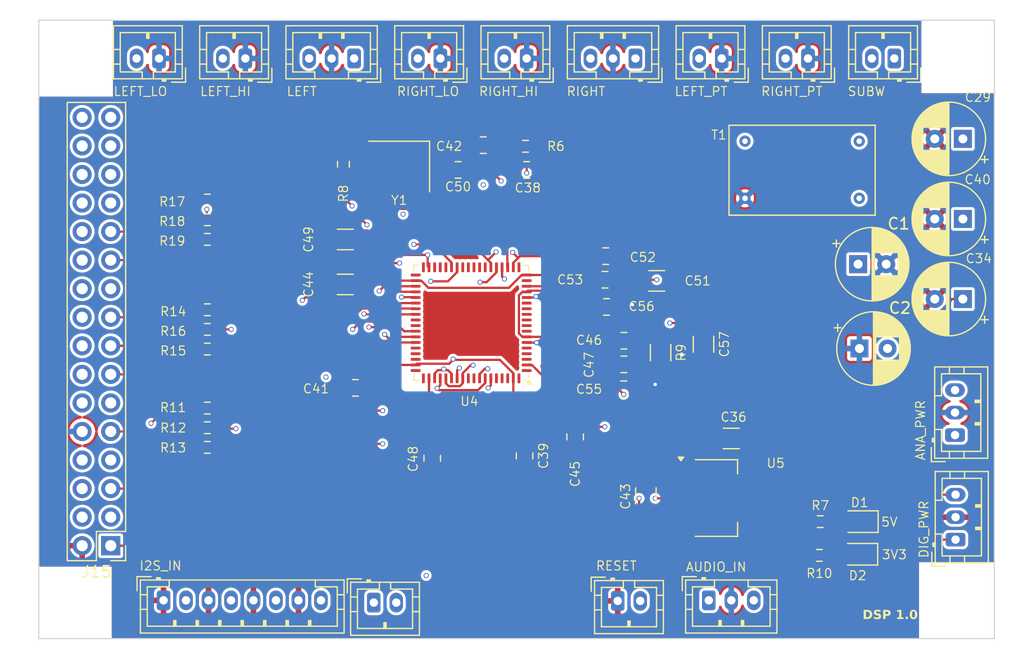
<source format=kicad_pcb>
(kicad_pcb (version 20240108) (generator "pcbnew") (generator_version "8.0")
  (layers (0 "F.Cu" signal) (1 "In1.Cu" signal) (2 "In2.Cu" signal) (31 "B.Cu" signal) (34 "B.Paste" user) (35 "F.Paste" user) (36 "B.SilkS" user "B.Silkscreen") (37 "F.SilkS" user "F.Silkscreen") (38 "B.Mask" user) (39 "F.Mask" user) (44 "Edge.Cuts" user))
  (net 0 "")
  (net 1 "RIGHT_IN")
  (net 2 "LEFT_IN")
  (net 3 "RESET")
  (net 4 "PLL_LF")
  (net 5 "AGND")
  (net 6 "GND")
  (net 7 "3V3")
  (net 8 "5V")
  (net 9 "Net-(D1-A)")
  (net 10 "Net-(D2-A)")
  (net 11 "SUBW_POS")
  (net 12 "SUBW_NEG")
  (net 13 "SDA")
  (net 14 "SCL")
  (net 15 "Net-(U4-LRCLK_OUT0{slash}MP4)")
  (net 16 "CLKOUT")
  (net 17 "LRCLK0")
  (net 18 "BCLK0")
  (net 19 "DATA0")
  (net 20 "LRCLK1")
  (net 21 "DATA1")
  (net 23 "BCLK1")
  (net 24 "DATA2")
  (net 25 "Net-(U4-BCLK_OUT0)")
  (net 26 "LRCLK2")
  (net 27 "BCLK2")
  (net 28 "3V3A")
  (net 32 "V-")
  (net 34 "RIGHT_TWEETER")
  (net 35 "LEFT_WOOFER")
  (net 36 "LEFT_TWEETER")
  (net 37 "RIGHT_WOOFER")
  (net 38 "Net-(U4-XTALIN{slash}MCLK)")
  (net 39 "Net-(C42-Pad1)")
  (net 40 "Net-(C47-Pad2)")
  (net 41 "Net-(U4-XTALOUT)")
  (net 43 "V+")
  (net 44 "SUBWOOFER")
  (net 45 "Net-(U4-SDATA_OUT0)")
  (net 50 "Net-(U4-LRCLK_OUT1{slash}MP5)")
  (net 56 "Net-(U4-BCLK_OUT1)")
  (net 57 "MCLK_IN")
  (net 60 "Net-(U4-SDATA_OUT1)")
  (net 61 "DATA_IN")
  (net 62 "Net-(U4-LRCLK_OUT2{slash}MP8)")
  (net 64 "BCLK_IN")
  (net 67 "Net-(U4-BCLK_OUT2)")
  (net 78 "Net-(U4-SDATA_OUT2)")
  (net 80 "EP")
  (net 81 "1V2")
  (net 82 "LRCLK_IN")
  (footprint "Capacitor_SMD:C_1206_3216Metric_Pad1.33x1.80mm_HandSolder" (layer "F.Cu") (at 86.6989 86.665 180)
    (property "Reference" "C44")
    (property "Value" "10U 10V")
  )
  (footprint "Resistor_SMD:R_0603_1608Metric_Pad0.98x0.95mm_HandSolder" (layer "F.Cu") (at 74.4364 79.165)
    (property "Reference" "R17")
    (property "Value" "22R")
  )
  (footprint "Connector_JST:JST_PH_B2B-PH-K_1x02_P2.00mm_Vertical" (layer "F.Cu") (at 77.8114 66.565 180)
    (property "Reference" "J2" (hide yes))
    (property "Value" "Conn_01x02_Pin")
  )
  (footprint "Connector_JST:JST_PH_B2B-PH-K_1x02_P2.00mm_Vertical" (layer "F.Cu") (at 110.9364 114.815)
    (property "Reference" "J13" (hide yes))
    (property "Value" "Conn_01x02_Pin")
  )
  (footprint "Resistor_SMD:R_0603_1608Metric_Pad0.98x0.95mm_HandSolder" (layer "F.Cu") (at 74.4364 80.9119)
    (property "Reference" "R18")
    (property "Value" "22R")
  )
  (footprint "Capacitor_SMD:C_0805_2012Metric_Pad1.18x1.45mm_HandSolder" (layer "F.Cu") (at 111.4689 95.985)
    (property "Reference" "C55")
    (property "Value" "0.1U")
  )
  (footprint "Capacitor_THT:CP_Radial_D6.3mm_P2.50mm" (layer "F.Cu") (at 132.3188 84.865)
    (property "Reference" "C1")
    (property "Value" "220u")
  )
  (footprint "Capacitor_SMD:C_0805_2012Metric_Pad1.18x1.45mm_HandSolder" (layer "F.Cu") (at 111.4863 93.7738)
    (property "Reference" "C47")
    (property "Value" "56N C0G")
  )
  (footprint "Connector_JST:JST_PH_B2B-PH-K_1x02_P2.00mm_Vertical" (layer "F.Cu") (at 89.2364 114.965)
    (property "Reference" "J11" (hide yes))
    (property "Value" "Conn_01x02_Male")
  )
  (footprint "MountingHole:MountingHole_3.2mm_M3" (layer "F.Cu") (at 61.9364 65.665)
    (property "Reference" "H1" (hide yes))
    (property "Value" "MountingHole")
  )
  (footprint "Capacitor_SMD:C_0805_2012Metric_Pad1.18x1.45mm_HandSolder" (layer "F.Cu") (at 98.9739 74.2775 180)
    (property "Reference" "C42")
    (property "Value" "22p")
  )
  (footprint "Resistor_SMD:R_0603_1608Metric_Pad0.98x0.95mm_HandSolder" (layer "F.Cu") (at 74.4364 101.1588)
    (property "Reference" "R13")
    (property "Value" "22R")
  )
  (footprint "MountingHole:MountingHole_3.2mm_M3" (layer "F.Cu") (at 141.9364 65.665)
    (property "Reference" "H2" (hide yes))
    (property "Value" "MountingHole")
  )
  (footprint "Capacitor_SMD:C_0805_2012Metric_Pad1.18x1.45mm_HandSolder" (layer "F.Cu") (at 102.8364 76.4775 180)
    (property "Reference" "C38")
    (property "Value" "22p")
  )
  (footprint "Custom:DA101C" (layer "F.Cu") (at 127.3364 76.465)
    (property "Reference" "T1")
    (property "Value" "Transformer_1P_1S")
  )
  (footprint "Resistor_SMD:R_1206_3216Metric_Pad1.30x1.75mm_HandSolder" (layer "F.Cu") (at 114.7489 92.7275 -90)
    (property "Reference" "R9")
    (property "Value" "475R")
  )
  (footprint "Capacitor_SMD:C_0805_2012Metric_Pad1.18x1.45mm_HandSolder" (layer "F.Cu") (at 109.9364 88.665)
    (property "Reference" "C56")
    (property "Value" "0.1U")
  )
  (footprint "Connector_JST:JST_PH_B2B-PH-K_1x02_P2.00mm_Vertical" (layer "F.Cu") (at 120.1864 66.565 180)
    (property "Reference" "J7" (hide yes))
    (property "Value" "Conn_01x02_Pin")
  )
  (footprint "Capacitor_THT:CP_Radial_D6.3mm_P2.50mm" (layer "F.Cu") (at 141.6364 73.715 180)
    (property "Reference" "C29")
    (property "Value" "220u")
  )
  (footprint "Connector_JST:JST_PH_B3B-PH-K_1x03_P2.00mm_Vertical" (layer "F.Cu") (at 119.0364 114.765)
    (property "Reference" "J12" (hide yes))
    (property "Value" "Conn_01x03_Pin")
  )
  (footprint "Capacitor_SMD:C_0805_2012Metric_Pad1.18x1.45mm_HandSolder" (layer "F.Cu") (at 109.8689 84.1475)
    (property "Reference" "C52")
    (property "Value" "0.1U")
  )
  (footprint "Resistor_SMD:R_0603_1608Metric_Pad0.98x0.95mm_HandSolder" (layer "F.Cu") (at 128.8739 110.765)
    (property "Reference" "R10")
    (property "Value" "75R")
  )
  (footprint "MountingHole:MountingHole_3.2mm_M3" (layer "F.Cu") (at 141.9364 115.665)
    (property "Reference" "H4" (hide yes))
    (property "Value" "MountingHole")
  )
  (footprint "Resistor_SMD:R_0603_1608Metric_Pad0.98x0.95mm_HandSolder" (layer "F.Cu") (at 74.4364 97.665)
    (property "Reference" "R11")
    (property "Value" "22R")
  )
  (footprint "Connector_JST:JST_PH_B3B-PH-K_1x03_P2.00mm_Vertical" (layer "F.Cu") (at 140.9364 100.065 90)
    (property "Reference" "J16" (hide yes))
    (property "Value" "Conn_01x03_Pin")
  )
  (footprint "Connector_JST:JST_PH_B3B-PH-K_1x03_P2.00mm_Vertical" (layer "F.Cu") (at 87.4864 66.565 180)
    (property "Reference" "J3" (hide yes))
    (property "Value" "Conn_01x03_Pin")
  )
  (footprint "Capacitor_SMD:C_1206_3216Metric_Pad1.33x1.80mm_HandSolder" (layer "F.Cu") (at 121.0364 100.365)
    (property "Reference" "C36")
    (property "Value" "10u")
  )
  (footprint "Capacitor_SMD:C_0805_2012Metric_Pad1.18x1.45mm_HandSolder" (layer "F.Cu") (at 107.1489 100.2275 -90)
    (property "Reference" "C45")
    (property "Value" "0.1U")
  )
  (footprint "Resistor_SMD:R_0603_1608Metric_Pad0.98x0.95mm_HandSolder" (layer "F.Cu") (at 74.4364 90.665)
    (property "Reference" "R16")
    (property "Value" "22R")
  )
  (footprint "Crystal:Crystal_SMD_3225-4Pin_3.2x2.5mm_HandSoldering" (layer "F.Cu") (at 91.4989 76.1775 180)
    (property "Reference" "Y1")
    (property "Value" "24.576Mhz")
  )
  (footprint "Resistor_SMD:R_0603_1608Metric_Pad0.98x0.95mm_HandSolder" (layer "F.Cu") (at 86.5364 75.9775 -90)
    (property "Reference" "R8")
    (property "Value" "4.7K")
  )
  (footprint "Capacitor_THT:CP_Radial_D6.3mm_P2.50mm" (layer "F.Cu") (at 132.4364 92.365)
    (property "Reference" "C2")
    (property "Value" "220u")
  )
  (footprint "Capacitor_SMD:C_1206_3216Metric_Pad1.33x1.80mm_HandSolder" (layer "F.Cu") (at 113.4364 105.465 -90)
    (property "Reference" "C43")
    (property "Value" "10u")
  )
  (footprint "Connector_JST:JST_PH_B8B-PH-K_1x08_P2.00mm_Vertical" (layer "F.Cu") (at 70.5364 114.765)
    (property "Reference" "J14" (hide yes))
    (property "Value" "Conn_01x08_Pin")
  )
  (footprint "Capacitor_SMD:C_1206_3216Metric_Pad1.33x1.80mm_HandSolder" (layer "F.Cu") (at 86.6989 82.665 180)
    (property "Reference" "C49")
    (property "Value" "10U 10V")
  )
  (footprint "Resistor_SMD:R_0603_1608Metric_Pad0.98x0.95mm_HandSolder" (layer "F.Cu") (at 74.4364 88.9181)
    (property "Reference" "R14")
    (property "Value" "22R")
  )
  (footprint "Capacitor_SMD:C_1206_3216Metric_Pad1.33x1.80mm_HandSolder" (layer "F.Cu") (at 118.5689 91.985 -90)
    (property "Reference" "C57")
    (property "Value" "10U")
  )
  (footprint "Capacitor_SMD:C_0805_2012Metric_Pad1.18x1.45mm_HandSolder" (layer "F.Cu") (at 109.8064 86.2475)
    (property "Reference" "C53")
    (property "Value" "0.1U")
  )
  (footprint "Connector_PinHeader_2.54mm:PinHeader_2x16_P2.54mm_Vertical" (layer "F.Cu") (at 65.8364 109.905 180)
    (property "Reference" "J15")
    (property "Value" "Conn_02x16_Odd_Even")
  )
  (footprint "Capacitor_SMD:C_0805_2012Metric_Pad1.18x1.45mm_HandSolder" (layer "F.Cu") (at 87.5989 95.865 180)
    (property "Reference" "C41")
    (property "Value" "0.1U")
  )
  (footprint "Connector_JST:JST_PH_B2B-PH-K_1x02_P2.00mm_Vertical" (layer "F.Cu") (at 70.1364 66.565 180)
    (property "Reference" "J1" (hide yes))
    (property "Value" "Conn_01x02_Pin")
  )
  (footprint "Resistor_SMD:R_0603_1608Metric_Pad0.98x0.95mm_HandSolder" (layer "F.Cu") (at 74.4364 82.6588)
    (property "Reference" "R19")
    (property "Value" "22R")
  )
  (footprint "Resistor_SMD:R_0603_1608Metric_Pad0.98x0.95mm_HandSolder" (layer "F.Cu") (at 74.4364 92.4119)
    (property "Reference" "R15")
    (property "Value" "22R")
  )
  (footprint "MountingHole:MountingHole_3.2mm_M3" (layer "F.Cu") (at 61.9364 115.665)
    (property "Reference" "H3" (hide yes))
    (property "Value" "MountingHole")
  )
  (footprint "Capacitor_THT:CP_Radial_D6.3mm_P2.50mm" (layer "F.Cu") (at 141.6364 80.84 180)
    (property "Reference" "C40")
    (property "Value" "220u")
  )
  (footprint "Resistor_SMD:R_0603_1608Metric_Pad0.98x0.95mm_HandSolder" (layer "F.Cu") (at 74.4364 99.4119)
    (property "Reference" "R12")
    (property "Value" "22R")
  )
  (footprint "Diode_SMD:D_0805_2012Metric" (layer "F.Cu") (at 132.3739 110.665 180)
    (property "Reference" "D2")
    (property "Value" "BLUE")
  )
  (footprint "Connector_JST:JST_PH_B3B-PH-K_1x03_P2.00mm_Vertical" (layer "F.Cu") (at 140.9864 109.365 90)
    (property "Reference" "J10" (hide yes))
    (property "Value" "Conn_01x03_Pin")
  )
  (footprint "Connector_JST:JST_PH_B3B-PH-K_1x03_P2.00mm_Vertical" (layer "F.Cu") (at 112.5114 66.565 180)
    (property "Reference" "J6" (hide yes))
    (property "Value" "Conn_01x03_Pin")
  )
  (footprint "Diode_SMD:D_0805_2012Metric" (layer "F.Cu") (at 132.4114 107.765 180)
    (property "Reference" "D1")
    (property "Value" "PURPLE")
  )
  (footprint "Capacitor_SMD:C_0805_2012Metric_Pad1.18x1.45mm_HandSolder" (layer "F.Cu") (at 94.4364 102.1275 -90)
    (property "Reference" "C48")
    (property "Value" "0.1U")
  )
  (footprint "Connector_JST:JST_PH_B2B-PH-K_1x02_P2.00mm_Vertical" (layer "F.Cu") (at 127.8614 66.565 180)
    (property "Reference" "J8" (hide yes))
    (property "Value" "Conn_01x02_Pin")
  )
  (footprint "Capacitor_SMD:C_0805_2012Metric_Pad1.18x1.45mm_HandSolder" (layer "F.Cu") (at 111.4863 91.6738)
    (property "Reference" "C46")
    (property "Value" "3.3N C0G")
  )
  (footprint "Capacitor_SMD:C_0805_2012Metric_Pad1.18x1.45mm_HandSolder" (layer "F.Cu") (at 102.6489 101.91 -90)
    (property "Reference" "C39")
    (property "Value" "0.1U")
  )
  (footprint "Capacitor_SMD:C_0805_2012Metric_Pad1.18x1.45mm_HandSolder" (layer "F.Cu") (at 96.7364 76.4775 180)
    (property "Reference" "C50")
    (property "Value" "0.1U")
  )
  (footprint "Capacitor_THT:CP_Radial_D6.3mm_P2.50mm" (layer "F.Cu") (at 141.6364 87.965 180)
    (property "Reference" "C34")
    (property "Value" "220u")
  )
  (footprint "Capacitor_SMD:C_1206_3216Metric_Pad1.33x1.80mm_HandSolder" (layer "F.Cu") (at 114.4064 86.3475)
    (property "Reference" "C51")
    (property "Value" "10U 10V")
  )
  (footprint "Package_TO_SOT_SMD:SOT-223-3_TabPin2" (layer "F.Cu") (at 119.6864 105.665)
    (property "Reference" "U5")
    (property "Value" "ZLDO1117QG33TA")
  )
  (footprint "Connector_JST:JST_PH_B2B-PH-K_1x02_P2.00mm_Vertical" (layer "F.Cu") (at 135.5364 66.565 180)
    (property "Reference" "J9" (hide yes))
    (property "Value" "Conn_01x02_Pin")
  )
  (footprint "Package_CSP:LFCSP-72-1EP_10x10mm_P0.5mm_EP5.3x5.3mm" (layer "F.Cu") (at 97.8989 90.0775 180)
    (property "Reference" "U4")
    (property "Value" "ADAU1452")
  )
  (footprint "Connector_JST:JST_PH_B2B-PH-K_1x02_P2.00mm_Vertical" (layer "F.Cu") (at 95.1614 66.565 180)
    (property "Reference" "J4" (hide yes))
    (property "Value" "Conn_01x02_Pin")
  )
  (footprint "Resistor_SMD:R_0603_1608Metric_Pad0.98x0.95mm_HandSolder" (layer "F.Cu") (at 102.7364 74.3775 180)
    (property "Reference" "R6")
    (property "Value" "100R")
  )
  (footprint "Connector_JST:JST_PH_B2B-PH-K_1x02_P2.00mm_Vertical" (layer "F.Cu") (at 102.8364 66.565 180)
    (property "Reference" "J5" (hide yes))
    (property "Value" "Conn_01x02_Pin")
  )
  (footprint "Resistor_SMD:R_0603_1608Metric_Pad0.98x0.95mm_HandSolder" (layer "F.Cu") (at 128.9489 107.765)
    (property "Reference" "R7")
    (property "Value" "300R")
  )
  (gr_line (start 59.4364 108.165) (end 59.4364 63.165) (stroke (width 0.1)) (layer "Edge.Cuts"))
  (gr_line (start 59.4364 118.165) (end 59.4364 108.165) (stroke (width 0.1)) (layer "Edge.Cuts"))
  (gr_line (start 144.4364 118.165) (end 144.4364 63.165) (stroke (width 0.1)) (layer "Edge.Cuts"))
  (gr_line (start 59.4364 63.165) (end 144.4364 63.165) (stroke (width 0.1)) (layer "Edge.Cuts"))
  (gr_line (start 59.4364 118.165) (end 144.4364 118.165) (stroke (width 0.1)) (layer "Edge.Cuts"))
  (gr_text "SUBW" (at 131.3364 69.965 0) (layer "F.SilkS") (effects (font (size 0.8 0.8) (thickness 0.1)) (justify left bottom)))
  (gr_text "DSP 1.0" (at 137.6364 116.565 0) (layer "F.SilkS") (effects (font (size 0.8 0.8) (thickness 0.1) (bold yes)) (justify right bottom)))
  (gr_text "LEFT" (at 81.4364 69.965 0) (layer "F.SilkS") (effects (font (size 0.8 0.8) (thickness 0.1)) (justify left bottom)))
  (gr_text "DIG_PWR" (at 138.6364 111.065 90) (layer "F.SilkS") (effects (font (size 0.8 0.8) (thickness 0.1)) (justify left bottom)))
  (gr_text "RIGHT_PT" (at 123.6364 69.965 0) (layer "F.SilkS") (effects (font (size 0.8 0.8) (thickness 0.1)) (justify left bottom)))
  (gr_text "RIGHT_LO" (at 91.2364 69.965 0) (layer "F.SilkS") (effects (font (size 0.8 0.8) (thickness 0.1)) (justify left bottom)))
  (gr_text "3V3" (at 134.3739 111.165 0) (layer "F.SilkS") (effects (font (size 0.8 0.8) (thickness 0.1)) (justify left bottom)))
  (gr_text "LEFT_HI" (at 73.7364 69.965 0) (layer "F.SilkS") (effects (font (size 0.8 0.8) (thickness 0.1)) (justify left bottom)))
  (gr_text "RIGHT_HI" (at 98.5364 69.965 0) (layer "F.SilkS") (effects (font (size 0.8 0.8) (thickness 0.1)) (justify left bottom)))
  (gr_text "AUDIO_IN" (at 116.9364 112.265 0) (layer "F.SilkS") (effects (font (size 0.8 0.8) (thickness 0.1)) (justify left bottom)))
  (gr_text "ANA_PWR" (at 138.3364 102.365 90) (layer "F.SilkS") (effects (font (size 0.8 0.8) (thickness 0.1)) (justify left bottom)))
  (gr_text "LEFT_PT" (at 115.9364 69.965 0) (layer "F.SilkS") (effects (font (size 0.8 0.8) (thickness 0.1)) (justify left bottom)))
  (gr_text "5V" (at 134.3114 108.265 0) (layer "F.SilkS") (effects (font (size 0.8 0.8) (thickness 0.1)) (justify left bottom)))
  (gr_text "RIGHT" (at 106.3364 69.965 0) (layer "F.SilkS") (effects (font (size 0.8 0.8) (thickness 0.1)) (justify left bottom)))
  (gr_text "I2S_IN" (at 68.3364 112.165 0) (layer "F.SilkS") (effects (font (size 0.8 0.8) (thickness 0.1)) (justify left bottom)))
  (gr_text "LEFT_LO" (at 66.0364 69.965 0) (layer "F.SilkS") (effects (font (size 0.8 0.8) (thickness 0.1)) (justify left bottom)))
  (gr_text "RESET" (at 108.9364 112.165 0) (layer "F.SilkS") (effects (font (size 0.8 0.8) (thickness 0.1)) (justify left bottom)))
  (segment (start 99.4002 84.495) (end 100.1216 83.7736) (width 0.2) (layer "F.Cu") (net 3))
  (segment (start 94.8481 79.9429) (end 89.5893 79.9429) (width 0.2) (layer "F.Cu") (net 3))
  (segment (start 89.5893 79.9429) (end 86.5364 76.89) (width 0.2) (layer "F.Cu") (net 3))
  (segment (start 99.6489 84.7437) (end 99.4002 84.495) (width 0.2) (layer "F.Cu") (net 3))
  (segment (start 99.4002 84.495) (end 94.8481 79.9429) (width 0.2) (layer "F.Cu") (net 3))
  (segment (start 99.6489 85.14) (end 99.6489 84.7437) (width 0.2) (layer "F.Cu") (net 3))
  (via (at 100.1216 83.7736) (size 0.45) (drill 0.3) (layers "F.Cu" "B.Cu") (net 3))
  (segment (start 108.5492 87.5801) (end 107.7966 86.8275) (width 0.2) (layer "F.Cu") (net 4))
  (segment (start 110.4488 93.7738) (end 110.4488 91.6738) (width 0.2) (layer "F.Cu") (net 4))
  (segment (start 110.4488 91.6738) (end 109.9364 91.1614) (width 0.2) (layer "F.Cu") (net 4))
  (segment (start 109.9364 88.1417) (end 109.3748 87.5801) (width 0.2) (layer "F.Cu") (net 4))
  (segment (start 109.3748 87.5801) (end 108.5492 87.5801) (width 0.2) (layer "F.Cu") (net 4))
  (segment (start 109.9364 91.1614) (end 109.9364 88.1417) (width 0.2) (layer "F.Cu") (net 4))
  (segment (start 107.7966 86.8275) (end 102.8364 86.8275) (width 0.2) (layer "F.Cu") (net 4))
  (segment (start 111.1819 88.457) (end 110.9739 88.665) (width 0.2) (layer "F.Cu") (net 5))
  (segment (start 102.8364 87.8275) (end 103.5828 87.8275) (width 0.2) (layer "F.Cu") (net 5))
  (segment (start 102.8502 91.8413) (end 103.7275 91.8413) (width 0.2) (layer "F.Cu") (net 5))
  (segment (start 117.8944 92.873) (end 118.5689 93.5475) (width 0.2) (layer "F.Cu") (net 5))
  (segment (start 116.628 92.873) (end 117.8944 92.873) (width 0.2) (layer "F.Cu") (net 5))
  (segment (start 114.2679 95.5567) (end 112.9347 95.5567) (width 0.2) (layer "F.Cu") (net 5))
  (segment (start 112.2413 88.457) (end 111.1819 88.457) (width 0.2) (layer "F.Cu") (net 5))
  (segment (start 112.9347 95.5567) (end 112.5064 95.985) (width 0.2) (layer "F.Cu") (net 5))
  (segment (start 102.8364 91.8275) (end 102.8502 91.8413) (width 0.2) (layer "F.Cu") (net 5))
  (segment (start 103.5828 87.8275) (end 103.6664 87.7439) (width 0.2) (layer "F.Cu") (net 5))
  (via (at 103.6664 87.7439) (size 0.45) (drill 0.3) (layers "F.Cu" "B.Cu") (net 5))
  (via (at 114.2679 95.5567) (size 0.45) (drill 0.3) (layers "F.Cu" "B.Cu") (net 5))
  (via (at 103.7275 91.8413) (size 0.45) (drill 0.3) (layers "F.Cu" "B.Cu") (net 5))
  (via (at 112.2413 88.457) (size 0.45) (drill 0.3) (layers "F.Cu" "B.Cu") (net 5))
  (via (at 116.628 92.873) (size 0.45) (drill 0.3) (layers "F.Cu" "B.Cu") (net 5))
  (segment (start 104.6156 101.7233) (end 107.1489 99.19) (width 0.2) (layer "F.Cu") (net 7))
  (segment (start 129.3614 109.365) (end 127.9614 110.765) (width 0.2) (layer "F.Cu") (net 7))
  (segment (start 102.8364 85.8275) (end 102.3975 85.8275) (width 0.2) (layer "F.Cu") (net 7))
  (segment (start 113.0201 86.5237) (end 112.8439 86.3475) (width 0.2) (layer "F.Cu") (net 7))
  (segment (start 93.4559 86.3275) (end 92.9614 86.3275) (width 0.2) (layer "F.Cu") (net 7))
  (segment (start 94.1489 100.8025) (end 94.4364 101.09) (width 0.2) (layer "F.Cu") (net 7))
  (segment (start 114.4064 86.249) (end 113.2948 86.249) (width 0.2) (layer "F.Cu") (net 7))
  (segment (start 107.2881 99.3292) (end 107.1489 99.19) (width 0.2) (layer "F.Cu") (net 7))
  (segment (start 85.6214 109.905) (end 94.4364 101.09) (width 0.2) (layer "F.Cu") (net 7))
  (segment (start 95.0697 101.7233) (end 104.6156 101.7233) (width 0.2) (layer "F.Cu") (net 7))
  (segment (start 109.79 85.2264) (end 108.7689 86.2475) (width 0.2) (layer "F.Cu") (net 7))
  (segment (start 65.8364 109.905) (end 85.6214 109.905) (width 0.2) (layer "F.Cu") (net 7))
  (segment (start 94.1489 95.015) (end 94.1489 100.8025) (width 0.2) (layer "F.Cu") (net 7))
  (segment (start 114.7489 91.1775) (end 113.0201 91.1775) (width 0.2) (layer "F.Cu") (net 7))
  (segment (start 113.0201 91.1775) (end 113.0201 86.5237) (width 0.2) (layer "F.Cu") (net 7))
  (segment (start 94.0959 86.9675) (end 93.4559 86.3275) (width 0.2) (layer "F.Cu") (net 7))
  (segment (start 112.8439 86.3475) (end 111.7228 85.2264) (width 0.2) (layer "F.Cu") (net 7))
  (segment (start 101.2575 86.9675) (end 94.0959 86.9675) (width 0.2) (layer "F.Cu") (net 7))
  (segment (start 113.0201 91.1775) (end 112.5238 91.6738) (width 0.2) (layer "F.Cu") (net 7))
  (segment (start 102.8364 93.8275) (end 103.2978 93.8275) (width 0.2) (layer "F.Cu") (net 7))
  (segment (start 109.7837 99.3292) (end 107.2881 99.3292) (width 0.2) (layer "F.Cu") (net 7))
  (segment (start 102.3975 85.8275) (end 101.2575 86.9675) (width 0.2) (layer "F.Cu") (net 7))
  (segment (start 140.9864 109.365) (end 129.3614 109.365) (width 0.2) (layer "F.Cu") (net 7))
  (segment (start 107.1489 97.6786) (end 107.1489 99.19) (width 0.2) (layer "F.Cu") (net 7))
  (segment (start 94.4364 101.09) (end 95.0697 101.7233) (width 0.2) (layer "F.Cu") (net 7))
  (segment (start 103.2978 93.8275) (end 107.1489 97.6786) (width 0.2) (layer "F.Cu") (net 7))
  (segment (start 92.9614 86.3275) (end 88.5989 86.3275) (width 0.2) (layer "F.Cu") (net 7))
  (segment (start 108.3489 85.8275) (end 102.8364 85.8275) (width 0.2) (layer "F.Cu") (net 7))
  (segment (start 108.7689 86.2475) (end 108.3489 85.8275) (width 0.2) (layer "F.Cu") (net 7))
  (segment (start 111.7228 85.2264) (end 109.79 85.2264) (width 0.2) (layer "F.Cu") (net 7))
  (segment (start 113.2948 86.249) (end 113.0201 86.5237) (width 0.2) (layer "F.Cu") (net 7))
  (segment (start 88.5989 86.3275) (end 88.2614 86.665) (width 0.2) (layer "F.Cu") (net 7))
  (via (at 114.4064 86.249) (size 0.45) (drill 0.3) (layers "F.Cu" "B.Cu") (net 7))
  (via (at 109.7837 99.3292) (size 0.45) (drill 0.3) (layers "F.Cu" "B.Cu") (net 7))
  (segment (start 127.8364 107.965) (end 128.0364 107.765) (width 0.2) (layer "F.Cu") (net 8))
  (segment (start 130.4364 105.365) (end 128.0364 107.765) (width 0.2) (layer "F.Cu") (net 8))
  (segment (start 112.8411 105.6905) (end 112.8411 106.4322) (width 0.2) (layer "F.Cu") (net 8))
  (segment (start 112.8411 106.4322) (end 113.4364 107.0275) (width 0.2) (layer "F.Cu") (net 8))
  (segment (start 116.5364 107.965) (end 127.8364 107.965) (width 0.2) (layer "F.Cu") (net 8))
  (segment (start 113.4364 107.0275) (end 114.3739 107.965) (width 0.2) (layer "F.Cu") (net 8))
  (segment (start 114.3739 107.965) (end 116.5364 107.965) (width 0.2) (layer "F.Cu") (net 8))
  (segment (start 140.9864 105.365) (end 130.4364 105.365) (width 0.2) (layer "F.Cu") (net 8))
  (via (at 112.8411 105.6905) (size 0.45) (drill 0.3) (layers "F.Cu" "B.Cu") (net 8))
  (segment (start 131.4739 107.765) (end 129.8614 107.765) (width 0.2) (layer "F.Cu") (net 9))
  (segment (start 131.4364 110.665) (end 129.8864 110.665) (width 0.2) (layer "F.Cu") (net 10))
  (segment (start 129.8864 110.665) (end 129.7864 110.765) (width 0.2) (layer "F.Cu") (net 10))
  (segment (start 95.8288 86.39) (end 94.3046 86.39) (width 0.2) (layer "F.Cu") (net 13))
  (segment (start 96.6489 85.5699) (end 95.8288 86.39) (width 0.2) (layer "F.Cu") (net 13))
  (segment (start 96.6489 85.14) (end 96.6489 85.5699) (width 0.2) (layer "F.Cu") (net 13))
  (via (at 94.3046 86.39) (size 0.45) (drill 0.3) (layers "F.Cu" "B.Cu") (net 13))
  (segment (start 96.1489 84.7121) (end 94.5428 83.106) (width 0.2) (layer "F.Cu") (net 14))
  (segment (start 94.5428 83.106) (end 92.7989 83.106) (width 0.2) (layer "F.Cu") (net 14))
  (segment (start 96.1489 85.14) (end 96.1489 84.7121) (width 0.2) (layer "F.Cu") (net 14))
  (via (at 92.7989 83.106) (size 0.45) (drill 0.3) (layers "F.Cu" "B.Cu") (net 14))
  (segment (start 89.7206 87.249) (end 90.1421 86.8275) (width 0.2) (layer "F.Cu") (net 15))
  (segment (start 90.1421 86.8275) (end 92.9614 86.8275) (width 0.2) (layer "F.Cu") (net 15))
  (segment (start 75.3489 97.665) (end 75.5749 97.891) (width 0.2) (layer "F.Cu") (net 15))
  (segment (start 75.5749 97.891) (end 90.0311 97.891) (width 0.2) (layer "F.Cu") (net 15))
  (via (at 89.7206 87.249) (size 0.45) (drill 0.3) (layers "F.Cu" "B.Cu") (net 15))
  (via (at 90.0311 97.891) (size 0.45) (drill 0.3) (layers "F.Cu" "B.Cu") (net 15))
  (segment (start 98.6908 86.4653) (end 99.2727 86.4653) (width 0.2) (layer "F.Cu") (net 16))
  (segment (start 99.2727 86.4653) (end 100.1489 85.5891) (width 0.2) (layer "F.Cu") (net 16))
  (segment (start 100.1489 85.5891) (end 100.1489 85.14) (width 0.2) (layer "F.Cu") (net 16))
  (via (at 98.6908 86.4653) (size 0.45) (drill 0.3) (layers "F.Cu" "B.Cu") (net 16))
  (segment (start 69.4259 99.019) (end 70.7799 97.665) (width 0.2) (layer "F.Cu") (net 17))
  (segment (start 70.7799 97.665) (end 73.5239 97.665) (width 0.2) (layer "F.Cu") (net 17))
  (via (at 69.4259 99.019) (size 0.45) (drill 0.3) (layers "F.Cu" "B.Cu") (net 17))
  (segment (start 71.0386 104.825) (end 74.2653 101.5983) (width 0.2) (layer "F.Cu") (net 18))
  (segment (start 74.2653 100.1533) (end 73.5239 99.4119) (width 0.2) (layer "F.Cu") (net 18))
  (segment (start 74.2653 101.5983) (end 74.2653 100.1533) (width 0.2) (layer "F.Cu") (net 18))
  (segment (start 65.8364 104.825) (end 71.0386 104.825) (width 0.2) (layer "F.Cu") (net 18))
  (segment (start 72.1101 99.745) (end 73.5239 101.1588) (width 0.2) (layer "F.Cu") (net 19))
  (segment (start 65.8364 99.745) (end 72.1101 99.745) (width 0.2) (layer "F.Cu") (net 19))
  (segment (start 67.3946 91.6685) (end 66.9381 92.125) (width 0.2) (layer "F.Cu") (net 20))
  (segment (start 73.5239 88.9181) (end 74.2891 89.6833) (width 0.2) (layer "F.Cu") (net 20))
  (segment (start 73.7599 91.6685) (end 67.3946 91.6685) (width 0.2) (layer "F.Cu") (net 20))
  (segment (start 74.2891 91.1393) (end 73.7599 91.6685) (width 0.2) (layer "F.Cu") (net 20))
  (segment (start 74.2891 89.6833) (end 74.2891 91.1393) (width 0.2) (layer "F.Cu") (net 20))
  (segment (start 65.8364 92.125) (end 66.9381 92.125) (width 0.2) (layer "F.Cu") (net 20))
  (segment (start 65.8364 89.585) (end 72.4439 89.585) (width 0.2) (layer "F.Cu") (net 21))
  (segment (start 72.4439 89.585) (end 73.5239 90.665) (width 0.2) (layer "F.Cu") (net 21))
  (segment (start 65.8364 94.665) (end 71.2708 94.665) (width 0.2) (layer "F.Cu") (net 23))
  (segment (start 71.2708 94.665) (end 73.5239 92.4119) (width 0.2) (layer "F.Cu") (net 23))
  (segment (start 74.3841 81.7986) (end 74.3841 79.9861) (width 0.2) (layer "F.Cu") (net 24))
  (segment (start 73.5239 82.6588) (end 74.3841 81.7986) (width 0.2) (layer "F.Cu") (net 24))
  (via (at 74.3841 79.9861) (size 0.45) (drill 0.3) (layers "F.Cu" "B.Cu") (net 24))
  (segment (start 90.9156 87.3197) (end 90.4078 87.8275) (width 0.2) (layer "F.Cu") (net 25))
  (segment (start 83.1301 87.8275) (end 82.8785 88.0791) (width 0.2) (layer "F.Cu") (net 25))
  (segment (start 92.9536 87.3197) (end 90.9156 87.3197) (width 0.2) (layer "F.Cu") (net 25))
  (segment (start 75.434 99.497) (end 75.3489 99.4119) (width 0.2) (layer "F.Cu") (net 25))
  (segment (start 76.9643 99.497) (end 75.434 99.497) (width 0.2) (layer "F.Cu") (net 25))
  (segment (start 92.9614 87.3275) (end 92.9536 87.3197) (width 0.2) (layer "F.Cu") (net 25))
  (segment (start 90.4078 87.8275) (end 83.1301 87.8275) (width 0.2) (layer "F.Cu") (net 25))
  (via (at 82.8785 88.0791) (size 0.45) (drill 0.3) (layers "F.Cu" "B.Cu") (net 25))
  (via (at 76.9643 99.497) (size 0.45) (drill 0.3) (layers "F.Cu" "B.Cu") (net 25))
  (segment (start 65.8364 81.965) (end 70.7239 81.965) (width 0.2) (layer "F.Cu") (net 26))
  (segment (start 70.7239 81.965) (end 73.5239 79.165) (width 0.2) (layer "F.Cu") (net 26))
  (segment (start 65.8364 84.505) (end 69.9308 84.505) (width 0.2) (layer "F.Cu") (net 27))
  (segment (start 69.9308 84.505) (end 73.5239 80.9119) (width 0.2) (layer "F.Cu") (net 27))
  (segment (start 110.4417 95.9747) (end 110.4314 95.985) (width 0.2) (layer "F.Cu") (net 28))
  (segment (start 102.8364 91.3274) (end 102.454 91.3274) (width 0.2) (layer "F.Cu") (net 28))
  (segment (start 116.5109 105.6905) (end 116.5364 105.665) (width 0.2) (layer "F.Cu") (net 28))
  (segment (start 102.8364 87.3275) (end 102.9411 87.2228) (width 0.2) (layer "F.Cu") (net 28))
  (segment (start 102.8364 91.3275) (end 105.7739 91.3275) (width 0.2) (layer "F.Cu") (net 28))
  (segment (start 122.5989 105.665) (end 122.5989 100.365) (width 0.2) (layer "F.Cu") (net 28))
  (segment (start 102.454 87.3275) (end 102.8364 87.3275) (width 0.2) (layer "F.Cu") (net 28))
  (segment (start 102.147 87.6345) (end 102.454 87.3275) (width 0.2) (layer "F.Cu") (net 28))
  (segment (start 122.5989 105.665) (end 116.5364 105.665) (width 0.2) (layer "F.Cu") (net 28))
  (segment (start 110.9956 95.9747) (end 110.4417 95.9747) (width 0.2) (layer "F.Cu") (net 28))
  (segment (start 118.2453 90.0989) (end 118.5689 90.4225) (width 0.2) (layer "F.Cu") (net 28))
  (segment (start 102.147 91.0204) (end 102.147 87.6345) (width 0.2) (layer "F.Cu") (net 28))
  (segment (start 141.6364 87.965) (end 140.5847 87.965) (width 0.2) (layer "F.Cu") (net 28))
  (segment (start 115.5697 90.0989) (end 118.2453 90.0989) (width 0.2) (layer "F.Cu") (net 28))
  (segment (start 138.2587 90.4225) (end 118.5689 90.4225) (width 0.2) (layer "F.Cu") (net 28))
  (segment (start 107.4567 87.2228) (end 108.8989 88.665) (width 0.2) (layer "F.Cu") (net 28))
  (segment (start 114.2679 105.6905) (end 116.5109 105.6905) (width 0.2) (layer "F.Cu") (net 28))
  (segment (start 102.454 91.3274) (end 102.147 91.0204) (width 0.2) (layer "F.Cu") (net 28))
  (segment (start 140.5847 87.965) (end 140.5847 88.0965) (width 0.2) (layer "F.Cu") (net 28))
  (segment (start 102.8364 91.3275) (end 102.8364 91.3274) (width 0.2) (layer "F.Cu") (net 28))
  (segment (start 102.9411 87.2228) (end 107.4567 87.2228) (width 0.2) (layer "F.Cu") (net 28))
  (segment (start 140.5847 88.0965) (end 138.2587 90.4225) (width 0.2) (layer "F.Cu") (net 28))
  (segment (start 122.8364 105.665) (end 122.5989 105.665) (width 0.2) (layer "F.Cu") (net 28))
  (segment (start 105.7739 91.3275) (end 110.4314 95.985) (width 0.2) (layer "F.Cu") (net 28))
  (segment (start 111.4689 96.448) (end 110.9956 95.9747) (width 0.2) (layer "F.Cu") (net 28))
  (via (at 111.4689 96.448) (size 0.45) (drill 0.3) (layers "F.Cu" "B.Cu") (net 28))
  (via (at 114.2679 105.6905) (size 0.45) (drill 0.3) (layers "F.Cu" "B.Cu") (net 28))
  (via (at 115.5697 90.0989) (size 0.45) (drill 0.3) (layers "F.Cu" "B.Cu") (net 28))
  (via (at 98.9731 77.807) (size 0.45) (drill 0.3) (layers "F.Cu" "B.Cu") (net 34))
  (via (at 91.8469 80.4196) (size 0.45) (drill 0.3) (layers "F.Cu" "B.Cu") (net 37))
  (segment (start 101.1489 85.14) (end 101.1159 85.107) (width 0.2) (layer "F.Cu") (net 38))
  (segment (start 101.1159 78.4792) (end 101.8722 78.4792) (width 0.2) (layer "F.Cu") (net 38))
  (segment (start 90.0489 77.3275) (end 90.0489 78.4792) (width 0.2) (layer "F.Cu") (net 38))
  (segment (start 101.1159 85.107) (end 101.1159 78.4792) (width 0.2) (layer "F.Cu") (net 38))
  (segment (start 101.8722 78.4792) (end 103.8739 76.4775) (width 0.2) (layer "F.Cu") (net 38))
  (segment (start 90.0489 78.4792) (end 101.1159 78.4792) (width 0.2) (layer "F.Cu") (net 38))
  (segment (start 100.1114 74.3775) (end 100.0114 74.2775) (width 0.2) (layer "F.Cu") (net 39))
  (segment (start 98.9673 75.3216) (end 100.0114 74.2775) (width 0.2) (layer "F.Cu") (net 39))
  (segment (start 94.2506 75.0275) (end 94.5447 75.3216) (width 0.2) (layer "F.Cu") (net 39))
  (segment (start 94.5447 75.3216) (end 98.9673 75.3216) (width 0.2) (layer "F.Cu") (net 39))
  (segment (start 101.8239 74.3775) (end 100.1114 74.3775) (width 0.2) (layer "F.Cu") (net 39))
  (segment (start 92.9489 75.0275) (end 94.2506 75.0275) (width 0.2) (layer "F.Cu") (net 39))
  (segment (start 114.2452 93.7738) (end 112.5238 93.7738) (width 0.2) (layer "F.Cu") (net 40))
  (segment (start 114.7489 94.2775) (end 114.2452 93.7738) (width 0.2) (layer "F.Cu") (net 40))
  (segment (start 100.6489 85.9726) (end 100.6489 85.14) (width 0.2) (layer "F.Cu") (net 41))
  (segment (start 103.6489 74.3775) (end 102.8364 75.19) (width 0.2) (layer "F.Cu") (net 41))
  (segment (start 102.8364 75.19) (end 102.8364 76.7582) (width 0.2) (layer "F.Cu") (net 41))
  (segment (start 100.8573 86.181) (end 100.6489 85.9726) (width 0.2) (layer "F.Cu") (net 41))
  (via (at 100.8573 86.181) (size 0.45) (drill 0.3) (layers "F.Cu" "B.Cu") (net 41))
  (via (at 102.8364 76.7582) (size 0.45) (drill 0.3) (layers "F.Cu" "B.Cu") (net 41))
  (segment (start 75.3489 101.1588) (end 75.6656 100.8421) (width 0.2) (layer "F.Cu") (net 45))
  (segment (start 92.9303 87.7964) (end 92.9614 87.8275) (width 0.2) (layer "F.Cu") (net 45))
  (segment (start 91.7054 87.7964) (end 92.9303 87.7964) (width 0.2) (layer "F.Cu") (net 45))
  (segment (start 75.6656 100.8421) (end 90.0311 100.8421) (width 0.2) (layer "F.Cu") (net 45))
  (via (at 90.0311 100.8421) (size 0.45) (drill 0.3) (layers "F.Cu" "B.Cu") (net 45))
  (via (at 91.7054 87.7964) (size 0.45) (drill 0.3) (layers "F.Cu" "B.Cu") (net 45))
  (segment (start 75.3489 88.9181) (end 83.0278 88.9181) (width 0.2) (layer "F.Cu") (net 50))
  (segment (start 83.0278 88.9181) (end 83.6184 88.3275) (width 0.2) (layer "F.Cu") (net 50))
  (segment (start 83.6184 88.3275) (end 92.9614 88.3275) (width 0.2) (layer "F.Cu") (net 50))
  (segment (start 88.167 88.8089) (end 84.564 92.4119) (width 0.2) (layer "F.Cu") (net 56))
  (segment (start 84.564 92.4119) (end 75.3489 92.4119) (width 0.2) (layer "F.Cu") (net 56))
  (segment (start 92.9428 88.8089) (end 88.167 88.8089) (width 0.2) (layer "F.Cu") (net 56))
  (segment (start 92.9614 88.8275) (end 92.9428 88.8089) (width 0.2) (layer "F.Cu") (net 56))
  (segment (start 88.4062 89.3275) (end 88.3643 89.2856) (width 0.2) (layer "F.Cu") (net 60))
  (segment (start 92.9614 89.3275) (end 88.4062 89.3275) (width 0.2) (layer "F.Cu") (net 60))
  (segment (start 76.5553 90.665) (end 75.3489 90.665) (width 0.2) (layer "F.Cu") (net 60))
  (via (at 76.5553 90.665) (size 0.45) (drill 0.3) (layers "F.Cu" "B.Cu") (net 60))
  (via (at 88.3643 89.2856) (size 0.45) (drill 0.3) (layers "F.Cu" "B.Cu") (net 60))
  (segment (start 96.8865 95.7149) (end 95.9011 95.7149) (width 0.2) (layer "F.Cu") (net 61))
  (segment (start 97.8542 93.8495) (end 97.1489 94.5548) (width 0.2) (layer "F.Cu") (net 61))
  (segment (start 95.6489 95.4627) (end 95.6489 95.015) (width 0.2) (layer "F.Cu") (net 61))
  (segment (start 97.1489 95.4525) (end 96.8865 95.7149) (width 0.2) (layer "F.Cu") (net 61))
  (segment (start 97.1489 95.015) (end 97.1489 95.4525) (width 0.2) (layer "F.Cu") (net 61))
  (segment (start 98.0677 93.8495) (end 97.8542 93.8495) (width 0.2) (layer "F.Cu") (net 61))
  (segment (start 99.4112 95.8748) (end 99.6489 95.6371) (width 0.2) (layer "F.Cu") (net 61))
  (segment (start 99.6489 95.6371) (end 99.6489 95.015) (width 0.2) (layer "F.Cu") (net 61))
  (segment (start 95.9011 95.7149) (end 95.6489 95.4627) (width 0.2) (layer "F.Cu") (net 61))
  (segment (start 97.1489 94.5548) (end 97.1489 95.015) (width 0.2) (layer "F.Cu") (net 61))
  (via (at 98.0677 93.8495) (size 0.45) (drill 0.3) (layers "F.Cu" "B.Cu") (net 61))
  (via (at 99.4112 95.8748) (size 0.45) (drill 0.3) (layers "F.Cu" "B.Cu") (net 61))
  (segment (start 87.3627 90.665) (end 88.0671 89.9606) (width 0.2) (layer "F.Cu") (net 62))
  (segment (start 91.0674 89.9606) (end 91.9343 90.8275) (width 0.2) (layer "F.Cu") (net 62))
  (segment (start 91.9343 90.8275) (end 92.9614 90.8275) (width 0.2) (layer "F.Cu") (net 62))
  (segment (start 88.0671 89.9606) (end 91.0674 89.9606) (width 0.2) (layer "F.Cu") (net 62))
  (segment (start 86.7882 79.165) (end 87.3054 79.6822) (width 0.2) (layer "F.Cu") (net 62))
  (segment (start 75.3489 79.165) (end 86.7882 79.165) (width 0.2) (layer "F.Cu") (net 62))
  (via (at 87.3627 90.665) (size 0.45) (drill 0.3) (layers "F.Cu" "B.Cu") (net 62))
  (via (at 87.3054 79.6822) (size 0.45) (drill 0.3) (layers "F.Cu" "B.Cu") (net 62))
  (segment (start 95.4646 94.1958) (end 95.4646 94.286) (width 0.2) (layer "F.Cu") (net 64))
  (segment (start 95.8271 94.286) (end 95.4646 94.286) (width 0.2) (layer "F.Cu") (net 64))
  (segment (start 99.1151 94.1665) (end 99.376 94.1665) (width 0.2) (layer "F.Cu") (net 64))
  (segment (start 98.6489 94.6327) (end 99.1151 94.1665) (width 0.2) (layer "F.Cu") (net 64))
  (segment (start 96.1489 94.6078) (end 95.8271 94.286) (width 0.2) (layer "F.Cu") (net 64))
  (segment (start 96.1489 95.015) (end 96.1489 94.6078) (width 0.2) (layer "F.Cu") (net 64))
  (segment (start 98.6489 95.015) (end 98.6489 94.6327) (width 0.2) (layer "F.Cu") (net 64))
  (segment (start 94.6489 94.5851) (end 94.6489 95.015) (width 0.2) (layer "F.Cu") (net 64))
  (segment (start 95.4646 94.286) (end 94.948 94.286) (width 0.2) (layer "F.Cu") (net 64))
  (segment (start 94.948 94.286) (end 94.6489 94.5851) (width 0.2) (layer "F.Cu") (net 64))
  (via (at 84.9862 94.906) (size 0.45) (drill 0.3) (layers "F.Cu" "B.Cu") (net 64))
  (via (at 95.4646 94.1958) (size 0.45) (drill 0.3) (layers "F.Cu" "B.Cu") (net 64))
  (via (at 99.376 94.1665) (size 0.45) (drill 0.3) (layers "F.Cu" "B.Cu") (net 64))
  (segment (start 91.6424 91.3275) (end 92.9614 91.3275) (width 0.2) (layer "F.Cu") (net 67))
  (segment (start 88.179 80.9119) (end 88.6307 81.3636) (width 0.2) (layer "F.Cu") (net 67))
  (segment (start 75.3489 80.9119) (end 88.179 80.9119) (width 0.2) (layer "F.Cu") (net 67))
  (segment (start 88.8101 90.4636) (end 90.7785 90.4636) (width 0.2) (layer "F.Cu") (net 67))
  (segment (start 90.7785 90.4636) (end 91.6424 91.3275) (width 0.2) (layer "F.Cu") (net 67))
  (via (at 88.6307 81.3636) (size 0.45) (drill 0.3) (layers "F.Cu" "B.Cu") (net 67))
  (via (at 88.8101 90.4636) (size 0.45) (drill 0.3) (layers "F.Cu" "B.Cu") (net 67))
  (segment (start 77.4592 84.7691) (end 91.5277 84.7691) (width 0.2) (layer "F.Cu") (net 78))
  (segment (start 92.9614 91.8275) (end 90.9206 91.8275) (width 0.2) (layer "F.Cu") (net 78))
  (segment (start 90.9206 91.8275) (end 90.2064 91.1133) (width 0.2) (layer "F.Cu") (net 78))
  (segment (start 75.3489 82.6588) (end 77.4592 84.7691) (width 0.2) (layer "F.Cu") (net 78))
  (via (at 91.5277 84.7691) (size 0.45) (drill 0.3) (layers "F.Cu" "B.Cu") (net 78))
  (via (at 90.2064 91.1133) (size 0.45) (drill 0.3) (layers "F.Cu" "B.Cu") (net 78))
  (segment (start 93.0698 93.7191) (end 95.9436 93.7191) (width 0.2) (layer "F.Cu") (net 81))
  (segment (start 102.6489 100.8725) (end 101.6489 99.8725) (width 0.2) (layer "F.Cu") (net 81))
  (segment (start 94.0284 84.0427) (end 89.6391 84.0427) (width 0.2) (layer "F.Cu") (net 81))
  (segment (start 101.6489 95.015) (end 101.6489 94.5696) (width 0.2) (layer "F.Cu") (net 81))
  (segment (start 101.6489 84.7327) (end 102.0773 84.3043) (width 0.2) (layer "F.Cu") (net 81))
  (segment (start 101.6489 99.8725) (end 101.6489 95.015) (width 0.2) (layer "F.Cu") (net 81))
  (segment (start 95.9436 93.7191) (end 96.2899 93.3728) (width 0.2) (layer "F.Cu") (net 81))
  (segment (start 102.0773 84.3043) (end 102.2341 84.1475) (width 0.2) (layer "F.Cu") (net 81))
  (segment (start 101.5926 83.8196) (end 102.0773 84.3043) (width 0.2) (layer "F.Cu") (net 81))
  (segment (start 101.6489 85.14) (end 101.6489 84.7327) (width 0.2) (layer "F.Cu") (net 81))
  (segment (start 89.6391 84.0427) (end 88.2614 82.665) (width 0.2) (layer "F.Cu") (net 81))
  (segment (start 90.6739 93.8275) (end 88.6364 95.865) (width 0.2) (layer "F.Cu") (net 81))
  (segment (start 94.0284 85.0195) (end 94.1489 85.14) (width 0.2) (layer "F.Cu") (net 81))
  (segment (start 97.7739 76.4775) (end 99.5837 76.4775) (width 0.2) (layer "F.Cu") (net 81))
  (segment (start 94.0284 84.0427) (end 94.0284 85.0195) (width 0.2) (layer "F.Cu") (net 81))
  (segment (start 99.5837 76.4775) (end 100.5666 77.4604) (width 0.2) (layer "F.Cu") (net 81))
  (segment (start 92.9614 93.8275) (end 93.0698 93.7191) (width 0.2) (layer "F.Cu") (net 81))
  (segment (start 100.4521 93.3728) (end 96.2899 93.3728) (width 0.2) (layer "F.Cu") (net 81))
  (segment (start 92.9614 93.8275) (end 90.6739 93.8275) (width 0.2) (layer "F.Cu") (net 81))
  (segment (start 96.2899 93.3728) (end 96.2899 93.311) (width 0.2) (layer "F.Cu") (net 81))
  (segment (start 101.6489 94.5696) (end 100.4521 93.3728) (width 0.2) (layer "F.Cu") (net 81))
  (segment (start 102.2341 84.1475) (end 108.8314 84.1475) (width 0.2) (layer "F.Cu") (net 81))
  (via (at 94.0284 84.0427) (size 0.45) (drill 0.3) (layers "F.Cu" "B.Cu") (net 81))
  (via (at 96.2899 93.311) (size 0.45) (drill 0.3) (layers "F.Cu" "B.Cu") (net 81))
  (via (at 100.5666 77.4604) (size 0.45) (drill 0.3) (layers "F.Cu" "B.Cu") (net 81))
  (via (at 101.5926 83.8196) (size 0.45) (drill 0.3) (layers "F.Cu" "B.Cu") (net 81))
  (segment (start 94.8773 95.9065) (end 95.0377 96.0669) (width 0.2) (layer "F.Cu") (net 82))
  (segment (start 96.6489 95.015) (end 96.6489 94.3027) (width 0.2) (layer "F.Cu") (net 82))
  (segment (start 96.6489 94.3027) (end 96.8517 94.0999) (width 0.2) (layer "F.Cu") (net 82))
  (segment (start 98.5122 96.0669) (end 99.1489 95.4302) (width 0.2) (layer "F.Cu") (net 82))
  (segment (start 99.1489 95.4302) (end 99.1489 95.015) (width 0.2) (layer "F.Cu") (net 82))
  (segment (start 95.1489 95.6349) (end 95.1489 95.015) (width 0.2) (layer "F.Cu") (net 82))
  (segment (start 94.8773 95.9065) (end 95.1489 95.6349) (width 0.2) (layer "F.Cu") (net 82))
  (segment (start 95.0377 96.0669) (end 98.5122 96.0669) (width 0.2) (layer "F.Cu") (net 82))
  (via (at 96.8517 94.0999) (size 0.45) (drill 0.3) (layers "F.Cu" "B.Cu") (net 82))
  (via (at 93.9027 112.5587) (size 0.45) (drill 0.3) (layers "F.Cu" "B.Cu") (net 82))
  (via (at 94.8773 95.9065) (size 0.45) (drill 0.3) (layers "F.Cu" "B.Cu") (net 82))
  (zone (net 80) (net_name "EP") (layers "F.Cu" "In1.Cu" "In2.Cu" "B.Cu") (priority 1) (connect_pads (clearance 0.25)) (min_thickness 0.25) (fill yes (thermal_gap 0.5) (thermal_bridge_width 0.5))
    (polygon (pts (xy 103.6614 95.9275) (xy 91.9614 95.9275) (xy 91.9614 84.4275) (xy 92.0614 84.3275) (xy 103.8614 84.3275) (xy 103.8614 95.7275)))
  )
  (zone (net 6) (net_name "GND") (layers "F.Cu" "In2.Cu") (connect_pads (clearance 0.3)) (min_thickness 0.25) (fill yes (thermal_gap 0.5) (thermal_bridge_width 0.5))
    (polygon (pts (xy 137.9364 69.665) (xy 145.4364 69.665) (xy 145.4364 111.365) (xy 137.7364 111.365) (xy 137.7364 119.365) (xy 65.9364 119.365) (xy 65.9364 111.765) (xy 58.0364 111.765) (xy 58.0364 69.965) (xy 66.0364 69.965) (xy 66.0364 61.365) (xy 137.9364 61.365)))
  )
  (zone (net 5) (net_name "AGND") (layers "In1.Cu" "B.Cu") (connect_pads (clearance 0.25)) (min_thickness 0.25) (fill yes (thermal_gap 0.5) (thermal_bridge_width 0.5))
    (polygon (pts (xy 137.9364 69.665) (xy 145.4364 69.665) (xy 145.4364 111.365) (xy 137.7364 111.365) (xy 137.7364 119.365) (xy 65.9364 119.365) (xy 65.9364 111.765) (xy 58.0364 111.765) (xy 58.0364 69.965) (xy 66.0364 69.965) (xy 66.0364 61.365) (xy 137.9364 61.365)))
  )
)
</source>
